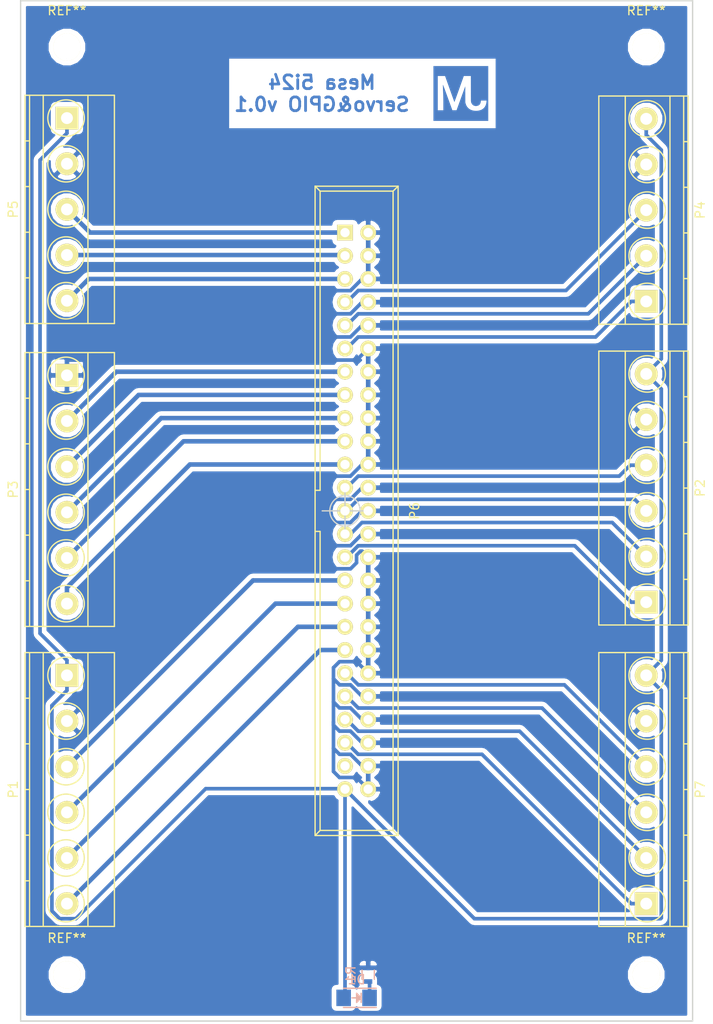
<source format=kicad_pcb>
(kicad_pcb (version 4) (host pcbnew 4.0.4+e1-6308~48~ubuntu16.04.1-stable)
  (layers (0 F.Cu signal) (31 B.Cu signal) (34 B.Paste user) (35 F.Paste user) (36 B.SilkS user) (37 F.SilkS user) (38 B.Mask user) (39 F.Mask user) (44 Edge.Cuts user))
  (net 0 "")
  (net 1 +5V)
  (net 2 "Net-(D1-Pad1)")
  (net 3 /GPIO8)
  (net 4 /GPIO7)
  (net 5 /GPIO6)
  (net 6 /GPIO5)
  (net 7 GND)
  (net 8 /GPIO4)
  (net 9 /GPIO3)
  (net 10 /GPIO2)
  (net 11 /GPIO1)
  (net 12 /R_STEPPER)
  (net 13 /R_SPINDLE_DIS)
  (net 14 /R_SPINDLE_SOFT)
  (net 15 /R_SPINDLE)
  (net 16 /R_ESTOP)
  (net 17 /SPINDLE_E)
  (net 18 /SPINDLE_D)
  (net 19 /SPINDLE_P)
  (net 20 /ENC_I)
  (net 21 /ENC_B)
  (net 22 /ENC_A)
  (net 23 /GPIO9)
  (net 24 /GPIO10)
  (net 25 /GPIO11)
  (net 26 /GPIO12)
  (module LEDs:LED_1206 (layer B.Cu) (at 102.87 154.94 180)
    (fp_text reference D1 (at 0 2 180) (layer B.SilkS) (effects (justify mirror)))
    (fp_text value LED)
    (fp_line (start -2.15 -1.05) (end 1.45 -1.05) (layer B.SilkS) (width 0.15))
    (fp_line (start -2.15 1.05) (end 1.45 1.05) (layer B.SilkS) (width 0.15))
    (fp_line (start -0.1 0.3) (end -0.1 -0.3) (layer B.SilkS) (width 0.15))
    (fp_line (start -0.1 -0.3) (end -0.4 0) (layer B.SilkS) (width 0.15))
    (fp_line (start -0.4 0) (end -0.2 0.2) (layer B.SilkS) (width 0.15))
    (fp_line (start -0.2 0.2) (end -0.2 -0.05) (layer B.SilkS) (width 0.15))
    (fp_line (start -0.2 -0.05) (end -0.25 0) (layer B.SilkS) (width 0.15))
    (fp_line (start -0.5 0.5) (end -0.5 -0.5) (layer B.SilkS) (width 0.15))
    (fp_line (start 0 0) (end 0.5 0) (layer B.SilkS) (width 0.15))
    (fp_line (start -0.5 0) (end 0 0.5) (layer B.SilkS) (width 0.15))
    (fp_line (start 0 0.5) (end 0 -0.5) (layer B.SilkS) (width 0.15))
    (fp_line (start 0 -0.5) (end -0.5 0) (layer B.SilkS) (width 0.15))
    (pad 2 smd rect (at 1.41986 0) (size 1.59766 1.80086) (layers B.Cu B.Paste B.Mask) (net 1 +5V))
    (pad 1 smd rect (at -1.41986 0) (size 1.59766 1.80086) (layers B.Cu B.Paste B.Mask) (net 2 "Net-(D1-Pad1)"))
  )
  (module Terminal_Blocks:TerminalBlock_Pheonix_MKDS1.5-6pol (layer F.Cu) (at 71.12 119.62 270)
    (fp_text reference P1 (at 12.5 5.9 270) (layer F.SilkS))
    (fp_text value GPIO_B)
    (fp_circle (center 25 0.1) (end 23 0.1) (layer F.SilkS) (width 0.15))
    (fp_line (start 22.5 4.1) (end 22.5 4.6) (layer F.SilkS) (width 0.15))
    (fp_line (start 17.5 4.1) (end 17.5 4.6) (layer F.SilkS) (width 0.15))
    (fp_circle (center 20 0.1) (end 18 0.1) (layer F.SilkS) (width 0.15))
    (fp_line (start 12.5 4.1) (end 12.5 4.6) (layer F.SilkS) (width 0.15))
    (fp_circle (center 15 0.1) (end 13 0.1) (layer F.SilkS) (width 0.15))
    (fp_circle (center 10 0.1) (end 8 0.1) (layer F.SilkS) (width 0.15))
    (fp_line (start 7.5 4.1) (end 7.5 4.6) (layer F.SilkS) (width 0.15))
    (fp_line (start 2.5 4.1) (end 2.5 4.6) (layer F.SilkS) (width 0.15))
    (fp_circle (center 5 0.1) (end 3 0.1) (layer F.SilkS) (width 0.15))
    (fp_circle (center 0 0.1) (end 2 0.1) (layer F.SilkS) (width 0.15))
    (fp_line (start -2.5 2.6) (end 27.5 2.6) (layer F.SilkS) (width 0.15))
    (fp_line (start -2.5 -2.3) (end 27.5 -2.3) (layer F.SilkS) (width 0.15))
    (fp_line (start -2.5 4.1) (end 27.5 4.1) (layer F.SilkS) (width 0.15))
    (fp_line (start -2.5 4.6) (end 27.5 4.6) (layer F.SilkS) (width 0.15))
    (fp_line (start 27.5 4.6) (end 27.5 -5.2) (layer F.SilkS) (width 0.15))
    (fp_line (start 27.5 -5.2) (end -2.5 -5.2) (layer F.SilkS) (width 0.15))
    (fp_line (start -2.5 -5.2) (end -2.5 4.6) (layer F.SilkS) (width 0.15))
    (pad 6 thru_hole circle (at 25 0 270) (size 2.5 2.5) (drill 1.3) (layers *.Cu *.Mask F.SilkS) (net 3 /GPIO8))
    (pad 5 thru_hole circle (at 20 0 270) (size 2.5 2.5) (drill 1.3) (layers *.Cu *.Mask F.SilkS) (net 4 /GPIO7))
    (pad 4 thru_hole circle (at 15 0 270) (size 2.5 2.5) (drill 1.3) (layers *.Cu *.Mask F.SilkS) (net 5 /GPIO6))
    (pad 3 thru_hole circle (at 10 0 270) (size 2.5 2.5) (drill 1.3) (layers *.Cu *.Mask F.SilkS) (net 6 /GPIO5))
    (pad 1 thru_hole rect (at 0 0 270) (size 2.5 2.5) (drill 1.3) (layers *.Cu *.Mask F.SilkS) (net 1 +5V))
    (pad 2 thru_hole circle (at 5 0 270) (size 2.5 2.5) (drill 1.3) (layers *.Cu *.Mask F.SilkS) (net 7 GND))
  )
  (module Terminal_Blocks:TerminalBlock_Pheonix_MKDS1.5-6pol (layer F.Cu) (at 134.62 111.6 90)
    (fp_text reference P2 (at 12.5 5.9 90) (layer F.SilkS))
    (fp_text value GPIO_A)
    (fp_circle (center 25 0.1) (end 23 0.1) (layer F.SilkS) (width 0.15))
    (fp_line (start 22.5 4.1) (end 22.5 4.6) (layer F.SilkS) (width 0.15))
    (fp_line (start 17.5 4.1) (end 17.5 4.6) (layer F.SilkS) (width 0.15))
    (fp_circle (center 20 0.1) (end 18 0.1) (layer F.SilkS) (width 0.15))
    (fp_line (start 12.5 4.1) (end 12.5 4.6) (layer F.SilkS) (width 0.15))
    (fp_circle (center 15 0.1) (end 13 0.1) (layer F.SilkS) (width 0.15))
    (fp_circle (center 10 0.1) (end 8 0.1) (layer F.SilkS) (width 0.15))
    (fp_line (start 7.5 4.1) (end 7.5 4.6) (layer F.SilkS) (width 0.15))
    (fp_line (start 2.5 4.1) (end 2.5 4.6) (layer F.SilkS) (width 0.15))
    (fp_circle (center 5 0.1) (end 3 0.1) (layer F.SilkS) (width 0.15))
    (fp_circle (center 0 0.1) (end 2 0.1) (layer F.SilkS) (width 0.15))
    (fp_line (start -2.5 2.6) (end 27.5 2.6) (layer F.SilkS) (width 0.15))
    (fp_line (start -2.5 -2.3) (end 27.5 -2.3) (layer F.SilkS) (width 0.15))
    (fp_line (start -2.5 4.1) (end 27.5 4.1) (layer F.SilkS) (width 0.15))
    (fp_line (start -2.5 4.6) (end 27.5 4.6) (layer F.SilkS) (width 0.15))
    (fp_line (start 27.5 4.6) (end 27.5 -5.2) (layer F.SilkS) (width 0.15))
    (fp_line (start 27.5 -5.2) (end -2.5 -5.2) (layer F.SilkS) (width 0.15))
    (fp_line (start -2.5 -5.2) (end -2.5 4.6) (layer F.SilkS) (width 0.15))
    (pad 6 thru_hole circle (at 25 0 90) (size 2.5 2.5) (drill 1.3) (layers *.Cu *.Mask F.SilkS) (net 1 +5V))
    (pad 5 thru_hole circle (at 20 0 90) (size 2.5 2.5) (drill 1.3) (layers *.Cu *.Mask F.SilkS) (net 7 GND))
    (pad 4 thru_hole circle (at 15 0 90) (size 2.5 2.5) (drill 1.3) (layers *.Cu *.Mask F.SilkS) (net 11 /GPIO1))
    (pad 3 thru_hole circle (at 10 0 90) (size 2.5 2.5) (drill 1.3) (layers *.Cu *.Mask F.SilkS) (net 10 /GPIO2))
    (pad 1 thru_hole rect (at 0 0 90) (size 2.5 2.5) (drill 1.3) (layers *.Cu *.Mask F.SilkS) (net 8 /GPIO4))
    (pad 2 thru_hole circle (at 5 0 90) (size 2.5 2.5) (drill 1.3) (layers *.Cu *.Mask F.SilkS) (net 9 /GPIO3))
  )
  (module Terminal_Blocks:TerminalBlock_Pheonix_MKDS1.5-6pol (layer F.Cu) (at 71.12 86.76 270)
    (fp_text reference P3 (at 12.5 5.9 270) (layer F.SilkS))
    (fp_text value POWER_CONTROL)
    (fp_circle (center 25 0.1) (end 23 0.1) (layer F.SilkS) (width 0.15))
    (fp_line (start 22.5 4.1) (end 22.5 4.6) (layer F.SilkS) (width 0.15))
    (fp_line (start 17.5 4.1) (end 17.5 4.6) (layer F.SilkS) (width 0.15))
    (fp_circle (center 20 0.1) (end 18 0.1) (layer F.SilkS) (width 0.15))
    (fp_line (start 12.5 4.1) (end 12.5 4.6) (layer F.SilkS) (width 0.15))
    (fp_circle (center 15 0.1) (end 13 0.1) (layer F.SilkS) (width 0.15))
    (fp_circle (center 10 0.1) (end 8 0.1) (layer F.SilkS) (width 0.15))
    (fp_line (start 7.5 4.1) (end 7.5 4.6) (layer F.SilkS) (width 0.15))
    (fp_line (start 2.5 4.1) (end 2.5 4.6) (layer F.SilkS) (width 0.15))
    (fp_circle (center 5 0.1) (end 3 0.1) (layer F.SilkS) (width 0.15))
    (fp_circle (center 0 0.1) (end 2 0.1) (layer F.SilkS) (width 0.15))
    (fp_line (start -2.5 2.6) (end 27.5 2.6) (layer F.SilkS) (width 0.15))
    (fp_line (start -2.5 -2.3) (end 27.5 -2.3) (layer F.SilkS) (width 0.15))
    (fp_line (start -2.5 4.1) (end 27.5 4.1) (layer F.SilkS) (width 0.15))
    (fp_line (start -2.5 4.6) (end 27.5 4.6) (layer F.SilkS) (width 0.15))
    (fp_line (start 27.5 4.6) (end 27.5 -5.2) (layer F.SilkS) (width 0.15))
    (fp_line (start 27.5 -5.2) (end -2.5 -5.2) (layer F.SilkS) (width 0.15))
    (fp_line (start -2.5 -5.2) (end -2.5 4.6) (layer F.SilkS) (width 0.15))
    (pad 6 thru_hole circle (at 25 0 270) (size 2.5 2.5) (drill 1.3) (layers *.Cu *.Mask F.SilkS) (net 12 /R_STEPPER))
    (pad 5 thru_hole circle (at 20 0 270) (size 2.5 2.5) (drill 1.3) (layers *.Cu *.Mask F.SilkS) (net 13 /R_SPINDLE_DIS))
    (pad 4 thru_hole circle (at 15 0 270) (size 2.5 2.5) (drill 1.3) (layers *.Cu *.Mask F.SilkS) (net 14 /R_SPINDLE_SOFT))
    (pad 3 thru_hole circle (at 10 0 270) (size 2.5 2.5) (drill 1.3) (layers *.Cu *.Mask F.SilkS) (net 15 /R_SPINDLE))
    (pad 1 thru_hole rect (at 0 0 270) (size 2.5 2.5) (drill 1.3) (layers *.Cu *.Mask F.SilkS) (net 7 GND))
    (pad 2 thru_hole circle (at 5 0 270) (size 2.5 2.5) (drill 1.3) (layers *.Cu *.Mask F.SilkS) (net 16 /R_ESTOP))
  )
  (module Terminal_Blocks:TerminalBlock_Pheonix_MKDS1.5-5pol (layer F.Cu) (at 134.62 78.66 90)
    (fp_text reference P4 (at 10 5.9 90) (layer F.SilkS))
    (fp_text value SPINDLE)
    (fp_line (start 17.5 4.1) (end 17.5 4.6) (layer F.SilkS) (width 0.15))
    (fp_circle (center 20 0.1) (end 18 0.1) (layer F.SilkS) (width 0.15))
    (fp_line (start 12.5 4.1) (end 12.5 4.6) (layer F.SilkS) (width 0.15))
    (fp_circle (center 15 0.1) (end 13 0.1) (layer F.SilkS) (width 0.15))
    (fp_circle (center 10 0.1) (end 8 0.1) (layer F.SilkS) (width 0.15))
    (fp_line (start 7.5 4.1) (end 7.5 4.6) (layer F.SilkS) (width 0.15))
    (fp_line (start 2.5 4.1) (end 2.5 4.6) (layer F.SilkS) (width 0.15))
    (fp_circle (center 5 0.1) (end 3 0.1) (layer F.SilkS) (width 0.15))
    (fp_circle (center 0 0.1) (end 2 0.1) (layer F.SilkS) (width 0.15))
    (fp_line (start -2.5 2.6) (end 22.5 2.6) (layer F.SilkS) (width 0.15))
    (fp_line (start -2.5 -2.3) (end 22.5 -2.3) (layer F.SilkS) (width 0.15))
    (fp_line (start -2.5 4.1) (end 22.5 4.1) (layer F.SilkS) (width 0.15))
    (fp_line (start -2.5 4.6) (end 22.5 4.6) (layer F.SilkS) (width 0.15))
    (fp_line (start 22.5 4.6) (end 22.5 -5.2) (layer F.SilkS) (width 0.15))
    (fp_line (start 22.5 -5.2) (end -2.5 -5.2) (layer F.SilkS) (width 0.15))
    (fp_line (start -2.5 -5.2) (end -2.5 4.6) (layer F.SilkS) (width 0.15))
    (pad 5 thru_hole circle (at 20 0 90) (size 2.5 2.5) (drill 1.3) (layers *.Cu *.Mask F.SilkS) (net 1 +5V))
    (pad 4 thru_hole circle (at 15 0 90) (size 2.5 2.5) (drill 1.3) (layers *.Cu *.Mask F.SilkS) (net 7 GND))
    (pad 3 thru_hole circle (at 10 0 90) (size 2.5 2.5) (drill 1.3) (layers *.Cu *.Mask F.SilkS) (net 19 /SPINDLE_P))
    (pad 1 thru_hole rect (at 0 0 90) (size 2.5 2.5) (drill 1.3) (layers *.Cu *.Mask F.SilkS) (net 17 /SPINDLE_E))
    (pad 2 thru_hole circle (at 5 0 90) (size 2.5 2.5) (drill 1.3) (layers *.Cu *.Mask F.SilkS) (net 18 /SPINDLE_D))
  )
  (module Terminal_Blocks:TerminalBlock_Pheonix_MKDS1.5-5pol (layer F.Cu) (at 71.12 58.58 270)
    (fp_text reference P5 (at 10 5.9 270) (layer F.SilkS))
    (fp_text value ENCODER)
    (fp_line (start 17.5 4.1) (end 17.5 4.6) (layer F.SilkS) (width 0.15))
    (fp_circle (center 20 0.1) (end 18 0.1) (layer F.SilkS) (width 0.15))
    (fp_line (start 12.5 4.1) (end 12.5 4.6) (layer F.SilkS) (width 0.15))
    (fp_circle (center 15 0.1) (end 13 0.1) (layer F.SilkS) (width 0.15))
    (fp_circle (center 10 0.1) (end 8 0.1) (layer F.SilkS) (width 0.15))
    (fp_line (start 7.5 4.1) (end 7.5 4.6) (layer F.SilkS) (width 0.15))
    (fp_line (start 2.5 4.1) (end 2.5 4.6) (layer F.SilkS) (width 0.15))
    (fp_circle (center 5 0.1) (end 3 0.1) (layer F.SilkS) (width 0.15))
    (fp_circle (center 0 0.1) (end 2 0.1) (layer F.SilkS) (width 0.15))
    (fp_line (start -2.5 2.6) (end 22.5 2.6) (layer F.SilkS) (width 0.15))
    (fp_line (start -2.5 -2.3) (end 22.5 -2.3) (layer F.SilkS) (width 0.15))
    (fp_line (start -2.5 4.1) (end 22.5 4.1) (layer F.SilkS) (width 0.15))
    (fp_line (start -2.5 4.6) (end 22.5 4.6) (layer F.SilkS) (width 0.15))
    (fp_line (start 22.5 4.6) (end 22.5 -5.2) (layer F.SilkS) (width 0.15))
    (fp_line (start 22.5 -5.2) (end -2.5 -5.2) (layer F.SilkS) (width 0.15))
    (fp_line (start -2.5 -5.2) (end -2.5 4.6) (layer F.SilkS) (width 0.15))
    (pad 5 thru_hole circle (at 20 0 270) (size 2.5 2.5) (drill 1.3) (layers *.Cu *.Mask F.SilkS) (net 20 /ENC_I))
    (pad 4 thru_hole circle (at 15 0 270) (size 2.5 2.5) (drill 1.3) (layers *.Cu *.Mask F.SilkS) (net 21 /ENC_B))
    (pad 3 thru_hole circle (at 10 0 270) (size 2.5 2.5) (drill 1.3) (layers *.Cu *.Mask F.SilkS) (net 22 /ENC_A))
    (pad 1 thru_hole rect (at 0 0 270) (size 2.5 2.5) (drill 1.3) (layers *.Cu *.Mask F.SilkS) (net 1 +5V))
    (pad 2 thru_hole circle (at 5 0 270) (size 2.5 2.5) (drill 1.3) (layers *.Cu *.Mask F.SilkS) (net 7 GND))
  )
  (module Connectors:IDC_Header_Straight_50pins (layer F.Cu) (at 101.6 71.12 270)
    (fp_text reference P6 (at 30.48 -7.62 270) (layer F.SilkS))
    (fp_text value CONN_02X25)
    (fp_line (start -5.08 -5.82) (end 66.04 -5.82) (layer F.SilkS) (width 0.15))
    (fp_line (start -4.54 -5.27) (end 65.48 -5.27) (layer F.SilkS) (width 0.15))
    (fp_line (start -5.08 3.28) (end 66.04 3.28) (layer F.SilkS) (width 0.15))
    (fp_line (start -4.54 2.73) (end 28.23 2.73) (layer F.SilkS) (width 0.15))
    (fp_line (start 32.73 2.73) (end 65.48 2.73) (layer F.SilkS) (width 0.15))
    (fp_line (start 28.23 2.73) (end 28.23 3.28) (layer F.SilkS) (width 0.15))
    (fp_line (start 32.73 2.73) (end 32.73 3.28) (layer F.SilkS) (width 0.15))
    (fp_line (start -5.08 -5.82) (end -5.08 3.28) (layer F.SilkS) (width 0.15))
    (fp_line (start -4.54 -5.27) (end -4.54 2.73) (layer F.SilkS) (width 0.15))
    (fp_line (start 66.04 -5.82) (end 66.04 3.28) (layer F.SilkS) (width 0.15))
    (fp_line (start 65.48 -5.27) (end 65.48 2.73) (layer F.SilkS) (width 0.15))
    (fp_line (start -5.08 -5.82) (end -4.54 -5.27) (layer F.SilkS) (width 0.15))
    (fp_line (start 66.04 -5.82) (end 65.48 -5.27) (layer F.SilkS) (width 0.15))
    (fp_line (start -5.08 3.28) (end -4.54 2.73) (layer F.SilkS) (width 0.15))
    (fp_line (start 66.04 3.28) (end 65.48 2.73) (layer F.SilkS) (width 0.15))
    (pad 1 thru_hole rect (at 0 0 270) (size 1.7272 1.7272) (drill 1.016) (layers *.Cu *.Mask F.SilkS) (net 22 /ENC_A))
    (pad 2 thru_hole oval (at 0 -2.54 270) (size 1.7272 1.7272) (drill 1.016) (layers *.Cu *.Mask F.SilkS) (net 7 GND))
    (pad 3 thru_hole oval (at 2.54 0 270) (size 1.7272 1.7272) (drill 1.016) (layers *.Cu *.Mask F.SilkS) (net 21 /ENC_B))
    (pad 4 thru_hole oval (at 2.54 -2.54 270) (size 1.7272 1.7272) (drill 1.016) (layers *.Cu *.Mask F.SilkS) (net 7 GND))
    (pad 5 thru_hole oval (at 5.08 0 270) (size 1.7272 1.7272) (drill 1.016) (layers *.Cu *.Mask F.SilkS) (net 20 /ENC_I))
    (pad 6 thru_hole oval (at 5.08 -2.54 270) (size 1.7272 1.7272) (drill 1.016) (layers *.Cu *.Mask F.SilkS) (net 7 GND))
    (pad 7 thru_hole oval (at 7.62 0 270) (size 1.7272 1.7272) (drill 1.016) (layers *.Cu *.Mask F.SilkS) (net 19 /SPINDLE_P))
    (pad 8 thru_hole oval (at 7.62 -2.54 270) (size 1.7272 1.7272) (drill 1.016) (layers *.Cu *.Mask F.SilkS) (net 7 GND))
    (pad 9 thru_hole oval (at 10.16 0 270) (size 1.7272 1.7272) (drill 1.016) (layers *.Cu *.Mask F.SilkS) (net 18 /SPINDLE_D))
    (pad 10 thru_hole oval (at 10.16 -2.54 270) (size 1.7272 1.7272) (drill 1.016) (layers *.Cu *.Mask F.SilkS) (net 7 GND))
    (pad 11 thru_hole oval (at 12.7 0 270) (size 1.7272 1.7272) (drill 1.016) (layers *.Cu *.Mask F.SilkS) (net 17 /SPINDLE_E))
    (pad 12 thru_hole oval (at 12.7 -2.54 270) (size 1.7272 1.7272) (drill 1.016) (layers *.Cu *.Mask F.SilkS) (net 7 GND))
    (pad 13 thru_hole oval (at 15.24 0 270) (size 1.7272 1.7272) (drill 1.016) (layers *.Cu *.Mask F.SilkS) (net 16 /R_ESTOP))
    (pad 14 thru_hole oval (at 15.24 -2.54 270) (size 1.7272 1.7272) (drill 1.016) (layers *.Cu *.Mask F.SilkS) (net 7 GND))
    (pad 15 thru_hole oval (at 17.78 0 270) (size 1.7272 1.7272) (drill 1.016) (layers *.Cu *.Mask F.SilkS) (net 15 /R_SPINDLE))
    (pad 16 thru_hole oval (at 17.78 -2.54 270) (size 1.7272 1.7272) (drill 1.016) (layers *.Cu *.Mask F.SilkS) (net 7 GND))
    (pad 17 thru_hole oval (at 20.32 0 270) (size 1.7272 1.7272) (drill 1.016) (layers *.Cu *.Mask F.SilkS) (net 14 /R_SPINDLE_SOFT))
    (pad 18 thru_hole oval (at 20.32 -2.54 270) (size 1.7272 1.7272) (drill 1.016) (layers *.Cu *.Mask F.SilkS) (net 7 GND))
    (pad 19 thru_hole oval (at 22.86 0 270) (size 1.7272 1.7272) (drill 1.016) (layers *.Cu *.Mask F.SilkS) (net 13 /R_SPINDLE_DIS))
    (pad 20 thru_hole oval (at 22.86 -2.54 270) (size 1.7272 1.7272) (drill 1.016) (layers *.Cu *.Mask F.SilkS) (net 7 GND))
    (pad 21 thru_hole oval (at 25.4 0 270) (size 1.7272 1.7272) (drill 1.016) (layers *.Cu *.Mask F.SilkS) (net 12 /R_STEPPER))
    (pad 22 thru_hole oval (at 25.4 -2.54 270) (size 1.7272 1.7272) (drill 1.016) (layers *.Cu *.Mask F.SilkS) (net 7 GND))
    (pad 23 thru_hole oval (at 27.94 0 270) (size 1.7272 1.7272) (drill 1.016) (layers *.Cu *.Mask F.SilkS) (net 11 /GPIO1))
    (pad 24 thru_hole oval (at 27.94 -2.54 270) (size 1.7272 1.7272) (drill 1.016) (layers *.Cu *.Mask F.SilkS) (net 7 GND))
    (pad 25 thru_hole oval (at 30.48 0 270) (size 1.7272 1.7272) (drill 1.016) (layers *.Cu *.Mask F.SilkS) (net 10 /GPIO2))
    (pad 26 thru_hole oval (at 30.48 -2.54 270) (size 1.7272 1.7272) (drill 1.016) (layers *.Cu *.Mask F.SilkS) (net 7 GND))
    (pad 27 thru_hole oval (at 33.02 0 270) (size 1.7272 1.7272) (drill 1.016) (layers *.Cu *.Mask F.SilkS) (net 9 /GPIO3))
    (pad 28 thru_hole oval (at 33.02 -2.54 270) (size 1.7272 1.7272) (drill 1.016) (layers *.Cu *.Mask F.SilkS) (net 7 GND))
    (pad 29 thru_hole oval (at 35.56 0 270) (size 1.7272 1.7272) (drill 1.016) (layers *.Cu *.Mask F.SilkS) (net 8 /GPIO4))
    (pad 30 thru_hole oval (at 35.56 -2.54 270) (size 1.7272 1.7272) (drill 1.016) (layers *.Cu *.Mask F.SilkS) (net 7 GND))
    (pad 31 thru_hole oval (at 38.1 0 270) (size 1.7272 1.7272) (drill 1.016) (layers *.Cu *.Mask F.SilkS) (net 6 /GPIO5))
    (pad 32 thru_hole oval (at 38.1 -2.54 270) (size 1.7272 1.7272) (drill 1.016) (layers *.Cu *.Mask F.SilkS) (net 7 GND))
    (pad 33 thru_hole oval (at 40.64 0 270) (size 1.7272 1.7272) (drill 1.016) (layers *.Cu *.Mask F.SilkS) (net 5 /GPIO6))
    (pad 34 thru_hole oval (at 40.64 -2.54 270) (size 1.7272 1.7272) (drill 1.016) (layers *.Cu *.Mask F.SilkS) (net 7 GND))
    (pad 35 thru_hole oval (at 43.18 0 270) (size 1.7272 1.7272) (drill 1.016) (layers *.Cu *.Mask F.SilkS) (net 4 /GPIO7))
    (pad 36 thru_hole oval (at 43.18 -2.54 270) (size 1.7272 1.7272) (drill 1.016) (layers *.Cu *.Mask F.SilkS) (net 7 GND))
    (pad 37 thru_hole oval (at 45.72 0 270) (size 1.7272 1.7272) (drill 1.016) (layers *.Cu *.Mask F.SilkS) (net 3 /GPIO8))
    (pad 38 thru_hole oval (at 45.72 -2.54 270) (size 1.7272 1.7272) (drill 1.016) (layers *.Cu *.Mask F.SilkS) (net 7 GND))
    (pad 39 thru_hole oval (at 48.26 0 270) (size 1.7272 1.7272) (drill 1.016) (layers *.Cu *.Mask F.SilkS) (net 23 /GPIO9))
    (pad 40 thru_hole oval (at 48.26 -2.54 270) (size 1.7272 1.7272) (drill 1.016) (layers *.Cu *.Mask F.SilkS) (net 7 GND))
    (pad 41 thru_hole oval (at 50.8 0 270) (size 1.7272 1.7272) (drill 1.016) (layers *.Cu *.Mask F.SilkS) (net 24 /GPIO10))
    (pad 42 thru_hole oval (at 50.8 -2.54 270) (size 1.7272 1.7272) (drill 1.016) (layers *.Cu *.Mask F.SilkS) (net 7 GND))
    (pad 43 thru_hole oval (at 53.34 0 270) (size 1.7272 1.7272) (drill 1.016) (layers *.Cu *.Mask F.SilkS) (net 25 /GPIO11))
    (pad 44 thru_hole oval (at 53.34 -2.54 270) (size 1.7272 1.7272) (drill 1.016) (layers *.Cu *.Mask F.SilkS) (net 7 GND))
    (pad 45 thru_hole oval (at 55.88 0 270) (size 1.7272 1.7272) (drill 1.016) (layers *.Cu *.Mask F.SilkS) (net 26 /GPIO12))
    (pad 46 thru_hole oval (at 55.88 -2.54 270) (size 1.7272 1.7272) (drill 1.016) (layers *.Cu *.Mask F.SilkS) (net 7 GND))
    (pad 47 thru_hole oval (at 58.42 0 270) (size 1.7272 1.7272) (drill 1.016) (layers *.Cu *.Mask F.SilkS))
    (pad 48 thru_hole oval (at 58.42 -2.54 270) (size 1.7272 1.7272) (drill 1.016) (layers *.Cu *.Mask F.SilkS) (net 7 GND))
    (pad 49 thru_hole oval (at 60.96 0 270) (size 1.7272 1.7272) (drill 1.016) (layers *.Cu *.Mask F.SilkS) (net 1 +5V))
    (pad 50 thru_hole oval (at 60.96 -2.54 270) (size 1.7272 1.7272) (drill 1.016) (layers *.Cu *.Mask F.SilkS) (net 7 GND))
  )
  (module Resistors_SMD:R_0603 (layer B.Cu) (at 104.14 152.4 270)
    (fp_text reference R1 (at 0 1.9 270) (layer B.SilkS) (effects (justify mirror)))
    (fp_text value 220R)
    (fp_line (start 0.5 -0.675) (end -0.5 -0.675) (layer B.SilkS) (width 0.15))
    (fp_line (start -0.5 0.675) (end 0.5 0.675) (layer B.SilkS) (width 0.15))
    (pad 1 smd rect (at -0.75 0 270) (size 0.5 0.9) (layers B.Cu B.Paste B.Mask) (net 7 GND))
    (pad 2 smd rect (at 0.75 0 270) (size 0.5 0.9) (layers B.Cu B.Paste B.Mask) (net 2 "Net-(D1-Pad1)"))
  )
  (module Terminal_Blocks:TerminalBlock_Pheonix_MKDS1.5-6pol (layer F.Cu) (at 134.62 144.62 90)
    (fp_text reference P7 (at 12.5 5.9 90) (layer F.SilkS))
    (fp_text value GPIO_C)
    (fp_circle (center 25 0.1) (end 23 0.1) (layer F.SilkS) (width 0.15))
    (fp_line (start 22.5 4.1) (end 22.5 4.6) (layer F.SilkS) (width 0.15))
    (fp_line (start 17.5 4.1) (end 17.5 4.6) (layer F.SilkS) (width 0.15))
    (fp_circle (center 20 0.1) (end 18 0.1) (layer F.SilkS) (width 0.15))
    (fp_line (start 12.5 4.1) (end 12.5 4.6) (layer F.SilkS) (width 0.15))
    (fp_circle (center 15 0.1) (end 13 0.1) (layer F.SilkS) (width 0.15))
    (fp_circle (center 10 0.1) (end 8 0.1) (layer F.SilkS) (width 0.15))
    (fp_line (start 7.5 4.1) (end 7.5 4.6) (layer F.SilkS) (width 0.15))
    (fp_line (start 2.5 4.1) (end 2.5 4.6) (layer F.SilkS) (width 0.15))
    (fp_circle (center 5 0.1) (end 3 0.1) (layer F.SilkS) (width 0.15))
    (fp_circle (center 0 0.1) (end 2 0.1) (layer F.SilkS) (width 0.15))
    (fp_line (start -2.5 2.6) (end 27.5 2.6) (layer F.SilkS) (width 0.15))
    (fp_line (start -2.5 -2.3) (end 27.5 -2.3) (layer F.SilkS) (width 0.15))
    (fp_line (start -2.5 4.1) (end 27.5 4.1) (layer F.SilkS) (width 0.15))
    (fp_line (start -2.5 4.6) (end 27.5 4.6) (layer F.SilkS) (width 0.15))
    (fp_line (start 27.5 4.6) (end 27.5 -5.2) (layer F.SilkS) (width 0.15))
    (fp_line (start 27.5 -5.2) (end -2.5 -5.2) (layer F.SilkS) (width 0.15))
    (fp_line (start -2.5 -5.2) (end -2.5 4.6) (layer F.SilkS) (width 0.15))
    (pad 6 thru_hole circle (at 25 0 90) (size 2.5 2.5) (drill 1.3) (layers *.Cu *.Mask F.SilkS) (net 1 +5V))
    (pad 5 thru_hole circle (at 20 0 90) (size 2.5 2.5) (drill 1.3) (layers *.Cu *.Mask F.SilkS) (net 7 GND))
    (pad 4 thru_hole circle (at 15 0 90) (size 2.5 2.5) (drill 1.3) (layers *.Cu *.Mask F.SilkS) (net 23 /GPIO9))
    (pad 3 thru_hole circle (at 10 0 90) (size 2.5 2.5) (drill 1.3) (layers *.Cu *.Mask F.SilkS) (net 24 /GPIO10))
    (pad 1 thru_hole rect (at 0 0 90) (size 2.5 2.5) (drill 1.3) (layers *.Cu *.Mask F.SilkS) (net 26 /GPIO12))
    (pad 2 thru_hole circle (at 5 0 90) (size 2.5 2.5) (drill 1.3) (layers *.Cu *.Mask F.SilkS) (net 25 /GPIO11))
  )
  (module Mounting_Holes:MountingHole_3mm (layer F.Cu) (at 71.12 50.8)
    (fp_text reference REF** (at 0 -4) (layer F.SilkS))
    (fp_text value MountingHole_3mm)
    (pad 1 np_thru_hole circle (at 0 0) (size 3 3) (drill 3) (layers *.Cu *.Mask F.SilkS))
  )
  (module Mounting_Holes:MountingHole_3mm (layer F.Cu) (at 134.62 50.8)
    (fp_text reference REF** (at 0 -4) (layer F.SilkS))
    (fp_text value MountingHole_3mm)
    (pad 1 np_thru_hole circle (at 0 0) (size 3 3) (drill 3) (layers *.Cu *.Mask F.SilkS))
  )
  (module Mounting_Holes:MountingHole_3mm (layer F.Cu) (at 134.62 152.4)
    (fp_text reference REF** (at 0 -4) (layer F.SilkS))
    (fp_text value MountingHole_3mm)
    (pad 1 np_thru_hole circle (at 0 0) (size 3 3) (drill 3) (layers *.Cu *.Mask F.SilkS))
  )
  (module Mounting_Holes:MountingHole_3mm (layer F.Cu) (at 71.12 152.4)
    (fp_text reference REF** (at 0 -4) (layer F.SilkS))
    (fp_text value MountingHole_3mm)
    (pad 1 np_thru_hole circle (at 0 0) (size 3 3) (drill 3) (layers *.Cu *.Mask F.SilkS))
  )
  (module yaqwsx:JM_6 (layer B.Cu) (at 114.3 55.88 180)
    (fp_text reference G*** hide)
    (fp_text value LOGO hide)
    (fp_poly (pts (xy 3.005667 -3.005667) (xy -2.995083 -3.005667) (xy -2.995083 -0.772583) (xy -2.818401 -0.772583) (xy -2.811556 -0.886354) (xy -2.793098 -1.04717) (xy -2.757958 -1.195708) (xy -2.706383 -1.331578) (xy -2.638619 -1.454392) (xy -2.554911 -1.56376) (xy -2.455505 -1.659294) (xy -2.340646 -1.740604) (xy -2.237363 -1.795352) (xy -2.177706 -1.819335) (xy -2.104367 -1.843369) (xy -2.024724 -1.86538) (xy -1.946155 -1.883293) (xy -1.889125 -1.893265) (xy -1.834346 -1.898741) (xy -1.76466 -1.902133) (xy -1.686061 -1.903488) (xy -1.60454 -1.902852) (xy -1.52609 -1.900274) (xy -1.456702 -1.8958) (xy -1.40237 -1.889478) (xy -1.402052 -1.889427) (xy -1.250901 -1.855356) (xy -1.109803 -1.804204) (xy -0.980073 -1.736781) (xy -0.863027 -1.653899) (xy -0.759981 -1.556367) (xy -0.672251 -1.444997) (xy -0.666353 -1.436152) (xy -0.608992 -1.339566) (xy -0.562191 -1.23845) (xy -0.522907 -1.12589) (xy -0.509757 -1.080281) (xy -0.48193 -0.978958) (xy -0.478414 -0.111125) (xy -0.474897 0.756708) (xy -0.001245 -0.545042) (xy 0.472408 -1.846792) (xy 0.934889 -1.846792) (xy 1.449049 -0.433917) (xy 1.520318 -0.238115) (xy 1.584721 -0.061299) (xy 1.642605 0.097446) (xy 1.694317 0.239033) (xy 1.740207 0.364377) (xy 1.780623 0.47439) (xy 1.815913 0.569987) (xy 1.846425 0.652081) (xy 1.872506 0.721586) (xy 1.894507 0.779417) (xy 1.912774 0.826486) (xy 1.927655 0.863707) (xy 1.9395 0.891994) (xy 1.948656 0.912262) (xy 1.955472 0.925423) (xy 1.960295 0.932391) (xy 1.963474 0.93408) (xy 1.965357 0.931405) (xy 1.966292 0.925278) (xy 1.966396 0.923711) (xy 1.966544 0.903844) (xy 1.965919 0.864727) (xy 1.96458 0.808259) (xy 1.962584 0.736341) (xy 1.959991 0.650873) (xy 1.956859 0.553754) (xy 1.953247 0.446886) (xy 1.949214 0.332167) (xy 1.944817 0.211498) (xy 1.942562 0.151128) (xy 1.935631 -0.039707) (xy 1.929895 -0.213919) (xy 1.925266 -0.376011) (xy 1.921653 -0.530488) (xy 1.918967 -0.681853) (xy 1.917119 -0.83461) (xy 1.916019 -0.993264) (xy 1.915579 -1.162318) (xy 1.915561 -1.209146) (xy 1.915583 -1.852083) (xy 2.54 -1.852083) (xy 2.54 1.915583) (xy 2.135187 1.915582) (xy 1.730375 1.91558) (xy 1.223943 0.494769) (xy 1.164464 0.327988) (xy 1.10687 0.166661) (xy 1.051565 0.011913) (xy 0.998954 -0.135128) (xy 0.949443 -0.273336) (xy 0.903436 -0.401584) (xy 0.861339 -0.518746) (xy 0.823556 -0.623695) (xy 0.790493 -0.715305) (xy 0.762555 -0.792449) (xy 0.740147 -0.853999) (xy 0.723675 -0.898831) (xy 0.713542 -0.925817) (xy 0.710208 -0.933893) (xy 0.705847 -0.925059) (xy 0.694806 -0.897411) (xy 0.677497 -0.852078) (xy 0.654331 -0.790188) (xy 0.62572 -0.712872) (xy 0.592075 -0.621257) (xy 0.553809 -0.516473) (xy 0.511332 -0.399648) (xy 0.465057 -0.271913) (xy 0.415395 -0.134395) (xy 0.362758 0.011775) (xy 0.307558 0.16547) (xy 0.250206 0.32556) (xy 0.212382 0.431357) (xy 0.153486 0.59621) (xy 0.096316 0.756209) (xy 0.041301 0.910153) (xy -0.01113 1.056845) (xy -0.060548 1.195084) (xy -0.106525 1.323673) (xy -0.148631 1.441413) (xy -0.186439 1.547103) (xy -0.219518 1.639545) (xy -0.247441 1.717541) (xy -0.269779 1.779891) (xy -0.286102 1.825397) (xy -0.295981 1.852859) (xy -0.298581 1.860021) (xy -0.319021 1.915583) (xy -1.100144 1.915583) (xy -1.103187 0.510646) (xy -1.103638 0.308808) (xy -1.104083 0.127033) (xy -1.104538 -0.035783) (xy -1.105019 -0.180743) (xy -1.105543 -0.308953) (xy -1.106126 -0.421514) (xy -1.106785 -0.519532) (xy -1.107534 -0.60411) (xy -1.108392 -0.676351) (xy -1.109373 -0.73736) (xy -1.110495 -0.78824) (xy -1.111774 -0.830096) (xy -1.113225 -0.864031) (xy -1.114866 -0.891148) (xy -1.116712 -0.912552) (xy -1.118779 -0.929346) (xy -1.121085 -0.942634) (xy -1.123645 -0.953521) (xy -1.124844 -0.957792) (xy -1.164742 -1.063882) (xy -1.217746 -1.156369) (xy -1.282624 -1.23363) (xy -1.358142 -1.294045) (xy -1.397728 -1.316545) (xy -1.47453 -1.349239) (xy -1.549654 -1.368049) (xy -1.630862 -1.374483) (xy -1.688042 -1.372896) (xy -1.79583 -1.35832) (xy -1.891996 -1.328448) (xy -1.975062 -1.28399) (xy -2.043548 -1.225651) (xy -2.074385 -1.188016) (xy -2.108425 -1.134736) (xy -2.135014 -1.078723) (xy -2.155536 -1.015567) (xy -2.171378 -0.940857) (xy -2.183925 -0.850183) (xy -2.185769 -0.833437) (xy -2.192273 -0.772583) (xy -2.818401 -0.772583) (xy -2.995083 -0.772583) (xy -2.995083 2.995083) (xy 3.005667 2.995083) (xy 3.005667 -3.005667)) (layer B.Cu) (width 0.01))
  )
  (gr_text "Mesa 5i24\nServo&GPIO v0.1" (at 99.06 55.88) (layer B.Cu) (effects (font (size 1.5 1.5) (thickness 0.3)) (justify mirror)))
  (gr_line (start 66.04 157.48) (end 66.04 45.72) (layer Edge.Cuts) (width 0.15))
  (gr_line (start 139.7 157.48) (end 66.04 157.48) (layer Edge.Cuts) (width 0.15))
  (gr_line (start 139.7 45.72) (end 139.7 157.48) (layer Edge.Cuts) (width 0.15))
  (gr_line (start 66.04 45.72) (end 139.7 45.72) (layer Edge.Cuts) (width 0.15))
  (target plus (at 101.6 101.6) (size 5) (width 0.15) (layer Edge.Cuts))
  (segment (start 101.6 132.08) (end 101.550352 132.030352) (width 0.4) (layer B.Cu) (net 1))
  (segment (start 101.550352 132.030352) (end 86.325953 132.030352) (width 0.4) (layer B.Cu) (net 1))
  (segment (start 86.325953 132.030352) (end 72.086304 146.270001) (width 0.4) (layer B.Cu) (net 1))
  (segment (start 72.086304 146.270001) (end 70.327999 146.270001) (width 0.4) (layer B.Cu) (net 1))
  (segment (start 70.327999 146.270001) (end 69.469999 145.412001) (width 0.4) (layer B.Cu) (net 1))
  (segment (start 69.469999 145.412001) (end 69.469999 122.920001) (width 0.4) (layer B.Cu) (net 1))
  (segment (start 69.469999 122.920001) (end 71.12 121.27) (width 0.4) (layer B.Cu) (net 1))
  (segment (start 71.12 121.27) (end 71.12 119.62) (width 0.4) (layer B.Cu) (net 1))
  (segment (start 68.169978 63.180022) (end 71.12 60.23) (width 0.4) (layer B.Cu) (net 1))
  (segment (start 68.169978 115.019978) (end 68.169978 63.180022) (width 0.4) (layer B.Cu) (net 1))
  (segment (start 71.12 119.62) (end 71.12 117.97) (width 0.4) (layer B.Cu) (net 1))
  (segment (start 71.12 60.23) (end 71.12 58.58) (width 0.4) (layer B.Cu) (net 1))
  (segment (start 71.12 117.97) (end 68.169978 115.019978) (width 0.4) (layer B.Cu) (net 1))
  (segment (start 134.62 119.62) (end 136.270001 121.270001) (width 0.4) (layer B.Cu) (net 1))
  (segment (start 136.270001 121.270001) (end 136.270001 146.190001) (width 0.4) (layer B.Cu) (net 1))
  (segment (start 136.270001 146.190001) (end 136.190001 146.270001) (width 0.4) (layer B.Cu) (net 1))
  (segment (start 136.190001 146.270001) (end 115.790001 146.270001) (width 0.4) (layer B.Cu) (net 1))
  (segment (start 115.790001 146.270001) (end 102.463599 132.943599) (width 0.4) (layer B.Cu) (net 1))
  (segment (start 102.463599 132.943599) (end 101.6 132.08) (width 0.4) (layer B.Cu) (net 1))
  (segment (start 134.62 86.6) (end 136.270001 88.250001) (width 0.4) (layer B.Cu) (net 1))
  (segment (start 136.270001 88.250001) (end 136.270001 117.969999) (width 0.4) (layer B.Cu) (net 1))
  (segment (start 136.270001 117.969999) (end 135.869999 118.370001) (width 0.4) (layer B.Cu) (net 1))
  (segment (start 135.869999 118.370001) (end 134.62 119.62) (width 0.4) (layer B.Cu) (net 1))
  (segment (start 134.62 58.66) (end 134.62 60.427766) (width 0.4) (layer B.Cu) (net 1))
  (segment (start 134.62 60.427766) (end 136.270001 62.077767) (width 0.4) (layer B.Cu) (net 1))
  (segment (start 136.270001 62.077767) (end 136.270001 84.949999) (width 0.4) (layer B.Cu) (net 1))
  (segment (start 136.270001 84.949999) (end 135.869999 85.350001) (width 0.4) (layer B.Cu) (net 1))
  (segment (start 135.869999 85.350001) (end 134.62 86.6) (width 0.4) (layer B.Cu) (net 1))
  (segment (start 101.6 132.08) (end 101.6 154.79014) (width 0.4) (layer B.Cu) (net 1))
  (segment (start 101.6 154.79014) (end 101.45014 154.94) (width 0.4) (layer B.Cu) (net 1))
  (segment (start 104.28986 154.94) (end 104.28986 153.29986) (width 0.4) (layer B.Cu) (net 2))
  (segment (start 104.28986 153.29986) (end 104.14 153.15) (width 0.4) (layer B.Cu) (net 2))
  (segment (start 101.6 116.84) (end 98.9 116.84) (width 0.5) (layer B.Cu) (net 3))
  (segment (start 98.9 116.84) (end 71.12 144.62) (width 0.5) (layer B.Cu) (net 3))
  (segment (start 101.6 114.3) (end 96.44 114.3) (width 0.5) (layer B.Cu) (net 4))
  (segment (start 96.44 114.3) (end 71.12 139.62) (width 0.5) (layer B.Cu) (net 4))
  (segment (start 101.6 111.76) (end 93.98 111.76) (width 0.5) (layer B.Cu) (net 5))
  (segment (start 93.98 111.76) (end 71.12 134.62) (width 0.5) (layer B.Cu) (net 5))
  (segment (start 101.6 109.22) (end 91.52 109.22) (width 0.5) (layer B.Cu) (net 6))
  (segment (start 91.52 109.22) (end 71.12 129.62) (width 0.5) (layer B.Cu) (net 6))
  (segment (start 104.14 132.08) (end 102.863601 130.803601) (width 0.4) (layer B.Cu) (net 7))
  (segment (start 100.336399 130.146529) (end 100.336399 127.606529) (width 0.4) (layer B.Cu) (net 7))
  (segment (start 102.863601 130.803601) (end 100.993471 130.803601) (width 0.4) (layer B.Cu) (net 7))
  (segment (start 100.993471 130.803601) (end 100.336399 130.146529) (width 0.4) (layer B.Cu) (net 7))
  (segment (start 100.336399 124.714) (end 100.336399 122.526529) (width 0.4) (layer B.Cu) (net 7))
  (segment (start 100.336399 125.066529) (end 100.336399 124.714) (width 0.4) (layer B.Cu) (net 7))
  (segment (start 100.336399 127.606529) (end 100.336399 124.714) (width 0.4) (layer B.Cu) (net 7))
  (segment (start 104.14 129.54) (end 103.47013 129.54) (width 0.4) (layer B.Cu) (net 7))
  (segment (start 103.47013 129.54) (end 102.193731 128.263601) (width 0.4) (layer B.Cu) (net 7))
  (segment (start 102.193731 128.263601) (end 100.993471 128.263601) (width 0.4) (layer B.Cu) (net 7))
  (segment (start 100.993471 128.263601) (end 100.336399 127.606529) (width 0.4) (layer B.Cu) (net 7))
  (segment (start 104.14 127) (end 103.47013 127) (width 0.4) (layer B.Cu) (net 7))
  (segment (start 103.47013 127) (end 102.193731 125.723601) (width 0.4) (layer B.Cu) (net 7))
  (segment (start 102.193731 125.723601) (end 100.993471 125.723601) (width 0.4) (layer B.Cu) (net 7))
  (segment (start 100.993471 125.723601) (end 100.336399 125.066529) (width 0.4) (layer B.Cu) (net 7))
  (segment (start 104.14 124.46) (end 103.47013 124.46) (width 0.4) (layer B.Cu) (net 7))
  (segment (start 102.193731 123.183601) (end 100.993471 123.183601) (width 0.4) (layer B.Cu) (net 7))
  (segment (start 103.47013 124.46) (end 102.193731 123.183601) (width 0.4) (layer B.Cu) (net 7))
  (segment (start 100.993471 123.183601) (end 100.336399 122.526529) (width 0.4) (layer B.Cu) (net 7))
  (segment (start 100.336399 122.526529) (end 100.336399 119.986529) (width 0.4) (layer B.Cu) (net 7))
  (segment (start 100.336399 119.986529) (end 101.006269 120.656399) (width 0.4) (layer B.Cu) (net 7))
  (segment (start 104.14 119.38) (end 102.876399 118.116399) (width 0.4) (layer B.Cu) (net 7))
  (segment (start 102.876399 118.116399) (end 100.993471 118.116399) (width 0.4) (layer B.Cu) (net 7))
  (segment (start 100.993471 118.116399) (end 100.336399 118.773471) (width 0.4) (layer B.Cu) (net 7))
  (segment (start 100.336399 118.773471) (end 100.336399 119.986529) (width 0.4) (layer B.Cu) (net 7))
  (segment (start 102.206529 120.656399) (end 103.47013 121.92) (width 0.4) (layer B.Cu) (net 7))
  (segment (start 101.006269 120.656399) (end 102.206529 120.656399) (width 0.4) (layer B.Cu) (net 7))
  (segment (start 103.47013 121.92) (end 104.14 121.92) (width 0.4) (layer B.Cu) (net 7))
  (segment (start 87.796399 107.943601) (end 72.369999 123.370001) (width 0.4) (layer B.Cu) (net 7))
  (segment (start 102.206529 107.943601) (end 87.796399 107.943601) (width 0.4) (layer B.Cu) (net 7))
  (segment (start 103.476409 106.016409) (end 103.290805 106.016409) (width 0.4) (layer B.Cu) (net 7))
  (segment (start 104.14 106.68) (end 103.476409 106.016409) (width 0.4) (layer B.Cu) (net 7))
  (segment (start 103.290805 106.016409) (end 102.863601 106.443613) (width 0.4) (layer B.Cu) (net 7))
  (segment (start 102.863601 106.443613) (end 102.863601 107.286529) (width 0.4) (layer B.Cu) (net 7))
  (segment (start 102.863601 107.286529) (end 102.206529 107.943601) (width 0.4) (layer B.Cu) (net 7))
  (segment (start 72.369999 123.370001) (end 71.12 124.62) (width 0.4) (layer B.Cu) (net 7))
  (segment (start 103.47013 104.14) (end 102.193731 105.416399) (width 0.4) (layer B.Cu) (net 7))
  (segment (start 104.14 104.14) (end 103.47013 104.14) (width 0.4) (layer B.Cu) (net 7))
  (segment (start 102.193731 105.416399) (end 90.323601 105.416399) (width 0.4) (layer B.Cu) (net 7))
  (segment (start 90.323601 105.416399) (end 72.369999 123.370001) (width 0.4) (layer B.Cu) (net 7))
  (segment (start 102.193731 102.876399) (end 92.863601 102.876399) (width 0.4) (layer B.Cu) (net 7))
  (segment (start 104.14 101.6) (end 103.47013 101.6) (width 0.4) (layer B.Cu) (net 7))
  (segment (start 103.47013 101.6) (end 102.193731 102.876399) (width 0.4) (layer B.Cu) (net 7))
  (segment (start 92.863601 102.876399) (end 72.369999 123.370001) (width 0.4) (layer B.Cu) (net 7))
  (segment (start 95.403601 100.336399) (end 72.369999 123.370001) (width 0.4) (layer B.Cu) (net 7))
  (segment (start 104.14 99.06) (end 103.47013 99.06) (width 0.4) (layer B.Cu) (net 7))
  (segment (start 103.47013 99.06) (end 102.193731 100.336399) (width 0.4) (layer B.Cu) (net 7))
  (segment (start 102.193731 100.336399) (end 95.403601 100.336399) (width 0.4) (layer B.Cu) (net 7))
  (segment (start 103.47013 96.52) (end 102.193731 97.796399) (width 0.4) (layer B.Cu) (net 7))
  (segment (start 102.193731 97.796399) (end 97.943601 97.796399) (width 0.4) (layer B.Cu) (net 7))
  (segment (start 104.14 96.52) (end 103.47013 96.52) (width 0.4) (layer B.Cu) (net 7))
  (segment (start 97.943601 97.796399) (end 72.369999 123.370001) (width 0.4) (layer B.Cu) (net 7))
  (segment (start 76.973601 82.556399) (end 72.77 86.76) (width 0.4) (layer B.Cu) (net 7))
  (segment (start 72.77 86.76) (end 71.12 86.76) (width 0.4) (layer B.Cu) (net 7))
  (segment (start 104.14 81.28) (end 103.47013 81.28) (width 0.4) (layer B.Cu) (net 7))
  (segment (start 103.47013 81.28) (end 102.193731 82.556399) (width 0.4) (layer B.Cu) (net 7))
  (segment (start 102.193731 82.556399) (end 76.973601 82.556399) (width 0.4) (layer B.Cu) (net 7))
  (segment (start 103.47013 78.74) (end 102.193731 80.016399) (width 0.4) (layer B.Cu) (net 7))
  (segment (start 104.14 78.74) (end 103.47013 78.74) (width 0.4) (layer B.Cu) (net 7))
  (segment (start 79.513601 80.016399) (end 72.77 86.76) (width 0.4) (layer B.Cu) (net 7))
  (segment (start 102.193731 80.016399) (end 79.513601 80.016399) (width 0.4) (layer B.Cu) (net 7))
  (segment (start 82.053601 77.476399) (end 72.77 86.76) (width 0.4) (layer B.Cu) (net 7))
  (segment (start 103.47013 76.2) (end 102.193731 77.476399) (width 0.4) (layer B.Cu) (net 7))
  (segment (start 104.14 76.2) (end 103.47013 76.2) (width 0.4) (layer B.Cu) (net 7))
  (segment (start 102.193731 77.476399) (end 82.053601 77.476399) (width 0.4) (layer B.Cu) (net 7))
  (segment (start 71.12 86.76) (end 71.12 85.11) (width 0.4) (layer B.Cu) (net 7))
  (segment (start 103.276401 84.683599) (end 104.14 83.82) (width 0.4) (layer B.Cu) (net 7))
  (segment (start 71.12 85.11) (end 71.146399 85.083601) (width 0.4) (layer B.Cu) (net 7))
  (segment (start 71.146399 85.083601) (end 102.876399 85.083601) (width 0.4) (layer B.Cu) (net 7))
  (segment (start 102.876399 85.083601) (end 103.276401 84.683599) (width 0.4) (layer B.Cu) (net 7))
  (segment (start 126.786399 105.416399) (end 103.042273 105.416399) (width 0.4) (layer B.Cu) (net 8))
  (segment (start 132.97 111.6) (end 126.786399 105.416399) (width 0.4) (layer B.Cu) (net 8))
  (segment (start 103.042273 105.416399) (end 101.778672 106.68) (width 0.4) (layer B.Cu) (net 8))
  (segment (start 134.62 111.6) (end 132.97 111.6) (width 0.4) (layer B.Cu) (net 8))
  (segment (start 101.778672 106.68) (end 101.6 106.68) (width 0.4) (layer B.Cu) (net 8))
  (segment (start 102.194542 104.14) (end 101.6 104.14) (width 0.4) (layer B.Cu) (net 9))
  (segment (start 134.62 106.6) (end 130.896399 102.876399) (width 0.4) (layer B.Cu) (net 9))
  (segment (start 103.458143 102.876399) (end 102.194542 104.14) (width 0.4) (layer B.Cu) (net 9))
  (segment (start 130.896399 102.876399) (end 103.458143 102.876399) (width 0.4) (layer B.Cu) (net 9))
  (segment (start 101.778672 101.6) (end 101.6 101.6) (width 0.4) (layer B.Cu) (net 10))
  (segment (start 103.042273 100.336399) (end 101.778672 101.6) (width 0.4) (layer B.Cu) (net 10))
  (segment (start 134.62 101.6) (end 133.356399 100.336399) (width 0.4) (layer B.Cu) (net 10))
  (segment (start 133.356399 100.336399) (end 103.042273 100.336399) (width 0.4) (layer B.Cu) (net 10))
  (segment (start 101.778672 99.06) (end 101.6 99.06) (width 0.4) (layer B.Cu) (net 11))
  (segment (start 103.042273 97.796399) (end 101.778672 99.06) (width 0.4) (layer B.Cu) (net 11))
  (segment (start 131.655835 97.796399) (end 103.042273 97.796399) (width 0.4) (layer B.Cu) (net 11))
  (segment (start 132.852234 96.6) (end 131.655835 97.796399) (width 0.4) (layer B.Cu) (net 11))
  (segment (start 134.62 96.6) (end 132.852234 96.6) (width 0.4) (layer B.Cu) (net 11))
  (segment (start 101.6 96.52) (end 84.592234 96.52) (width 0.5) (layer B.Cu) (net 12))
  (segment (start 84.592234 96.52) (end 71.12 109.992234) (width 0.5) (layer B.Cu) (net 12))
  (segment (start 71.12 109.992234) (end 71.12 111.76) (width 0.5) (layer B.Cu) (net 12))
  (segment (start 101.6 93.98) (end 83.9 93.98) (width 0.5) (layer B.Cu) (net 13))
  (segment (start 83.9 93.98) (end 71.12 106.76) (width 0.5) (layer B.Cu) (net 13))
  (segment (start 100.378686 91.44) (end 101.6 91.44) (width 0.5) (layer B.Cu) (net 14))
  (segment (start 71.12 101.76) (end 81.44 91.44) (width 0.5) (layer B.Cu) (net 14))
  (segment (start 81.44 91.44) (end 100.378686 91.44) (width 0.5) (layer B.Cu) (net 14))
  (segment (start 101.6 88.9) (end 78.98 88.9) (width 0.5) (layer B.Cu) (net 15))
  (segment (start 78.98 88.9) (end 71.12 96.76) (width 0.5) (layer B.Cu) (net 15))
  (segment (start 100.378686 86.36) (end 101.6 86.36) (width 0.5) (layer B.Cu) (net 16))
  (segment (start 76.52 86.36) (end 100.378686 86.36) (width 0.5) (layer B.Cu) (net 16))
  (segment (start 71.12 91.76) (end 76.52 86.36) (width 0.5) (layer B.Cu) (net 16))
  (segment (start 132.97 78.66) (end 134.62 78.66) (width 0.4) (layer B.Cu) (net 17))
  (segment (start 129.073601 82.556399) (end 132.97 78.66) (width 0.4) (layer B.Cu) (net 17))
  (segment (start 101.778672 83.82) (end 103.042273 82.556399) (width 0.4) (layer B.Cu) (net 17))
  (segment (start 101.6 83.82) (end 101.778672 83.82) (width 0.4) (layer B.Cu) (net 17))
  (segment (start 103.042273 82.556399) (end 129.073601 82.556399) (width 0.4) (layer B.Cu) (net 17))
  (segment (start 103.042273 80.016399) (end 101.778672 81.28) (width 0.4) (layer B.Cu) (net 18))
  (segment (start 128.263601 80.016399) (end 103.042273 80.016399) (width 0.4) (layer B.Cu) (net 18))
  (segment (start 101.778672 81.28) (end 101.6 81.28) (width 0.4) (layer B.Cu) (net 18))
  (segment (start 134.62 73.66) (end 128.263601 80.016399) (width 0.4) (layer B.Cu) (net 18))
  (segment (start 133.370001 69.909999) (end 134.62 68.66) (width 0.4) (layer B.Cu) (net 19))
  (segment (start 101.778672 78.74) (end 103.055071 77.463601) (width 0.4) (layer B.Cu) (net 19))
  (segment (start 101.6 78.74) (end 101.778672 78.74) (width 0.4) (layer B.Cu) (net 19))
  (segment (start 125.816399 77.463601) (end 133.370001 69.909999) (width 0.4) (layer B.Cu) (net 19))
  (segment (start 103.055071 77.463601) (end 125.816399 77.463601) (width 0.4) (layer B.Cu) (net 19))
  (segment (start 101.6 76.2) (end 73.5 76.2) (width 0.5) (layer B.Cu) (net 20))
  (segment (start 73.5 76.2) (end 71.12 78.58) (width 0.5) (layer B.Cu) (net 20))
  (segment (start 71.12 73.58) (end 101.52 73.58) (width 0.5) (layer B.Cu) (net 21))
  (segment (start 101.52 73.58) (end 101.6 73.66) (width 0.5) (layer B.Cu) (net 21))
  (segment (start 101.6 71.12) (end 73.66 71.12) (width 0.5) (layer B.Cu) (net 22))
  (segment (start 73.66 71.12) (end 71.12 68.58) (width 0.5) (layer B.Cu) (net 22))
  (segment (start 103.055071 120.656399) (end 101.778672 119.38) (width 0.4) (layer B.Cu) (net 23))
  (segment (start 125.656399 120.656399) (end 103.055071 120.656399) (width 0.4) (layer B.Cu) (net 23))
  (segment (start 134.62 129.62) (end 125.656399 120.656399) (width 0.4) (layer B.Cu) (net 23))
  (segment (start 101.778672 119.38) (end 101.6 119.38) (width 0.4) (layer B.Cu) (net 23))
  (segment (start 103.055071 123.196399) (end 101.778672 121.92) (width 0.4) (layer B.Cu) (net 24))
  (segment (start 123.196399 123.196399) (end 103.055071 123.196399) (width 0.4) (layer B.Cu) (net 24))
  (segment (start 134.62 134.62) (end 123.196399 123.196399) (width 0.4) (layer B.Cu) (net 24))
  (segment (start 101.778672 121.92) (end 101.6 121.92) (width 0.4) (layer B.Cu) (net 24))
  (segment (start 101.778672 124.46) (end 101.6 124.46) (width 0.4) (layer B.Cu) (net 25))
  (segment (start 103.055071 125.736399) (end 101.778672 124.46) (width 0.4) (layer B.Cu) (net 25))
  (segment (start 134.62 139.62) (end 120.736399 125.736399) (width 0.4) (layer B.Cu) (net 25))
  (segment (start 120.736399 125.736399) (end 103.055071 125.736399) (width 0.4) (layer B.Cu) (net 25))
  (segment (start 101.778672 127) (end 101.6 127) (width 0.4) (layer B.Cu) (net 26))
  (segment (start 103.042273 128.263601) (end 101.778672 127) (width 0.4) (layer B.Cu) (net 26))
  (segment (start 132.97 144.62) (end 116.613601 128.263601) (width 0.4) (layer B.Cu) (net 26))
  (segment (start 134.62 144.62) (end 132.97 144.62) (width 0.4) (layer B.Cu) (net 26))
  (segment (start 116.613601 128.263601) (end 103.042273 128.263601) (width 0.4) (layer B.Cu) (net 26))
  (zone (net 7) (net_name GND) (layer B.Cu) (connect_pads (clearance 0.508)) (min_thickness 0.254) (fill yes (mode segment) (arc_segments 16) (thermal_gap 0.508) (thermal_bridge_width 0.508))
    (polygon (pts (xy 66.04 45.72) (xy 139.7 45.72) (xy 139.7 157.48) (xy 66.04 157.48)))
  )
  (zone (net 0) (net_name "") (layer B.Cu) (connect_pads (clearance 0.508)) (min_thickness 0.254)
    (keepout (tracks not_allowed) (vias not_allowed) (copperpour not_allowed))
    (fill yes (mode segment) (arc_segments 16) (thermal_gap 0.508) (thermal_bridge_width 0.508))
    (polygon (pts (xy 88.9 52.07) (xy 88.9 59.69) (xy 118.11 59.69) (xy 118.11 52.07)))
  )
)
</source>
